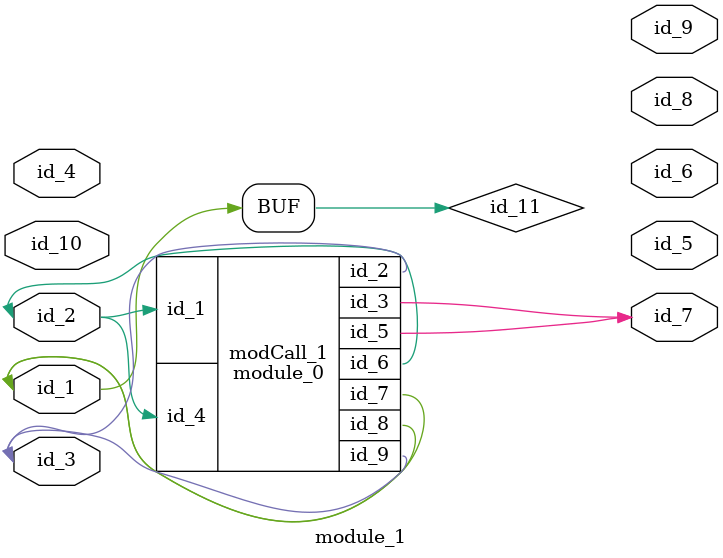
<source format=v>
module module_0 (
    id_1,
    id_2,
    id_3,
    id_4,
    id_5,
    id_6,
    id_7,
    id_8,
    id_9
);
  output wire id_9;
  inout wire id_8;
  output wire id_7;
  inout wire id_6;
  output wire id_5;
  input wire id_4;
  output wire id_3;
  inout wire id_2;
  input wire id_1;
endmodule
module module_1 (
    id_1,
    id_2,
    id_3,
    id_4,
    id_5,
    id_6,
    id_7,
    id_8,
    id_9,
    id_10
);
  input wire id_10;
  output wire id_9;
  output wire id_8;
  output wire id_7;
  output wire id_6;
  output wire id_5;
  input wire id_4;
  inout wire id_3;
  inout wire id_2;
  inout wire id_1;
  wire id_11 = id_1;
  module_0 modCall_1 (
      id_2,
      id_3,
      id_7,
      id_2,
      id_7,
      id_2,
      id_11,
      id_1,
      id_3
  );
endmodule

</source>
